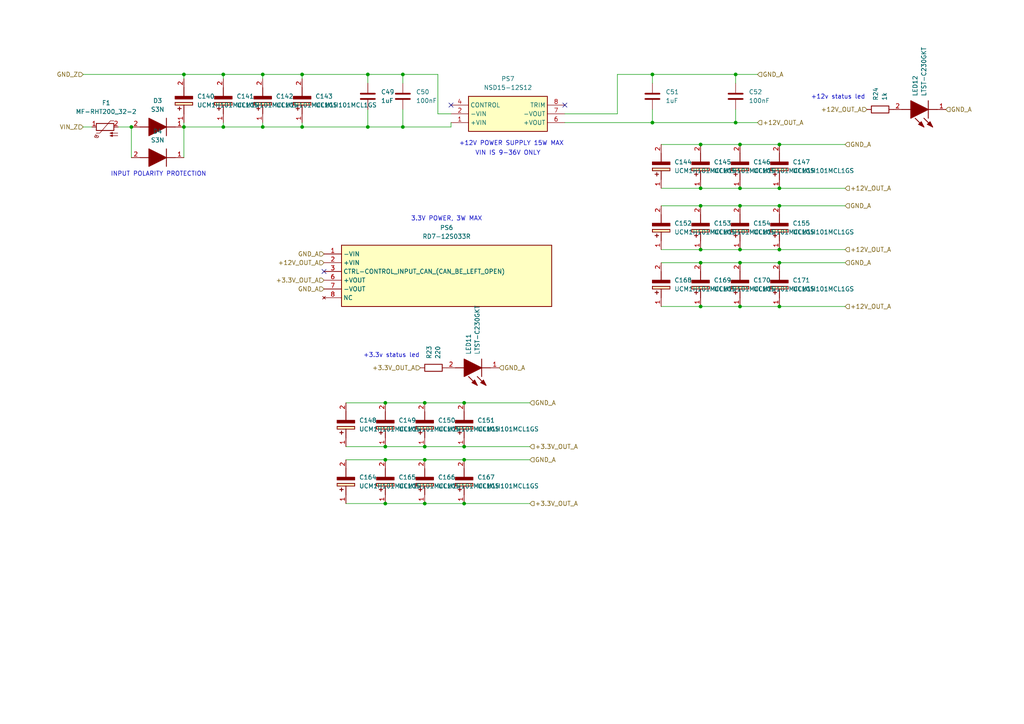
<source format=kicad_sch>
(kicad_sch (version 20250114) (generator "eeschema") (generator_version "9.0")
  (paper "A4")
  (lib_symbols
    (symbol "Device:C" (pin_numbers (hide yes)) (pin_names (offset 0.254))
      (property "Reference" "C" (at 0.635 2.54 0))
      (property "Value" "C" (at 0.635 -2.54 0))
      (symbol "C_0_1"
        (polyline (pts (xy -2.032 0.762) (xy 2.032 0.762)) (stroke (width 0.508)))
        (polyline (pts (xy -2.032 -0.762) (xy 2.032 -0.762)) (stroke (width 0.508)))
      )
      (symbol "C_1_1"
        (pin passive line (at 0 3.81 270) (length 2.794) (name "~") (number "1"))
        (pin passive line (at 0 -3.81 90) (length 2.794) (name "~") (number "2"))
      )
    )
    (symbol "Device:R" (pin_numbers (hide yes)) (pin_names (offset 0))
      (property "Reference" "R" (at 2.032 0 90))
      (property "Value" "R" (at 0 0 90))
      (symbol "R_0_1"
        (rectangle (start -1.016 -2.54) (end 1.016 2.54) (stroke (width 0.254)))
      )
      (symbol "R_1_1"
        (pin passive line (at 0 3.81 270) (length 1.27) (name "~") (number "1"))
        (pin passive line (at 0 -3.81 90) (length 1.27) (name "~") (number "2"))
      )
    )
    (symbol "InverterCom:LTST-C230GKT" (pin_names (hide yes))
      (property "Reference" "LED" (at 12.7 8.89 0))
      (property "Value" "LTST-C230GKT" (at 12.7 6.35 0))
      (symbol "LTST-C230GKT_1_1"
        (polyline (pts (xy 2.54 0) (xy 5.08 0)) (stroke (width 0.254)))
        (polyline (pts (xy 5.08 2.54) (xy 5.08 -2.54)) (stroke (width 0.254)))
        (polyline (pts (xy 5.08 0) (xy 10.16 2.54) (xy 10.16 -2.54) (xy 5.08 0)) (stroke (width 0.254)) (fill (type outline)))
        (polyline (pts (xy 5.334 4.318) (xy 4.572 3.556) (xy 3.81 5.08) (xy 5.334 4.318)) (stroke (width 0.254)) (fill (type outline)))
        (polyline (pts (xy 6.35 2.54) (xy 3.81 5.08)) (stroke (width 0.254)))
        (polyline (pts (xy 7.874 4.318) (xy 7.112 3.556) (xy 6.35 5.08) (xy 7.874 4.318)) (stroke (width 0.254)) (fill (type outline)))
        (polyline (pts (xy 8.89 2.54) (xy 6.35 5.08)) (stroke (width 0.254)))
        (polyline (pts (xy 10.16 0) (xy 12.7 0)) (stroke (width 0.254)))
        (pin passive line (at 0 0 0) (length 2.54) (name "K") (number "1"))
        (pin passive line (at 15.24 0 180) (length 2.54) (name "A") (number "2"))
      )
    )
    (symbol "InverterCom:MF-RHT200_32-2" (pin_names (hide yes))
      (property "Reference" "F" (at 8.89 6.35 0))
      (property "Value" "MF-RHT200_32-2" (at 8.89 3.81 0))
      (symbol "MF-RHT200_32-2_0_1"
        (arc (start 10.541 -2.794) (mid 10.7742 -3.069) (end 10.795 -3.429))
        (arc (start 10.287 -3.429) (mid 10.3614 -3.2494) (end 10.541 -3.175))
        (arc (start 10.541 -3.683) (mid 10.3614 -3.6086) (end 10.287 -3.429))
        (arc (start 10.795 -3.429) (mid 10.7206 -3.6086) (end 10.541 -3.683))
        (rectangle (start 10.795 0.381) (end 15.875 -1.651) (stroke (width 0.254)))
        (polyline (pts (xy 10.795 -2.413) (xy 11.811 -2.413) (xy 14.859 1.143) (xy 15.875 1.143)))
        (arc (start 10.922 -3.81) (mid 11.0185 -3.6856) (end 11.176 -3.683))
        (polyline (pts (xy 11.176 -3.175) (xy 10.541 -3.175)))
        (arc (start 11.176 -3.175) (mid 11.3556 -3.2494) (end 11.43 -3.429))
        (arc (start 11.43 -3.429) (mid 11.3556 -3.6086) (end 11.176 -3.683))
        (polyline (pts (xy 17.018 -2.413) (xy 14.732 -2.413) (xy 15.494 -2.667) (xy 15.494 -2.159) (xy 14.732 -2.413) (xy 14.986 -2.413)) (fill (type outline)))
        (polyline (pts (xy 17.018 -3.175) (xy 14.732 -3.175) (xy 15.494 -3.429) (xy 15.494 -2.921) (xy 14.732 -3.175) (xy 14.986 -3.175)) (fill (type outline)))
      )
      (symbol "MF-RHT200_32-2_1_1"
        (pin passive line (at 9.525 -0.635 0) (length 1.27) (name "~") (number "1"))
        (pin passive line (at 17.145 -0.635 180) (length 1.27) (name "~") (number "2"))
      )
    )
    (symbol "InverterCom:NSD15-12S12"
      (property "Reference" "PS" (at 29.21 7.62 0))
      (property "Value" "NSD15-12S12" (at 29.21 5.08 0))
      (symbol "NSD15-12S12_1_1"
        (rectangle (start 5.08 2.54) (end 27.94 -7.62) (stroke (width 0.254)) (fill (type background)))
        (pin passive line (at 0 0 0) (length 5.08) (name "CONTROL") (number "4"))
        (pin passive line (at 0 -2.54 0) (length 5.08) (name "-VIN") (number "2"))
        (pin passive line (at 0 -5.08 0) (length 5.08) (name "+VIN") (number "1"))
        (pin passive line (at 33.02 0 180) (length 5.08) (name "TRIM") (number "8"))
        (pin passive line (at 33.02 -2.54 180) (length 5.08) (name "-VOUT") (number "7"))
        (pin power_out line (at 33.02 -5.08 180) (length 5.08) (name "+VOUT") (number "6"))
      )
    )
    (symbol "InverterCom:RD7-12S033R"
      (property "Reference" "PS" (at 67.31 7.62 0))
      (property "Value" "RD7-12S033R" (at 67.31 5.08 0))
      (symbol "RD7-12S033R_1_1"
        (rectangle (start 5.08 2.54) (end 66.04 -15.24) (stroke (width 0.254)) (fill (type background)))
        (pin passive line (at 0 0 0) (length 5.08) (name "-VIN") (number "1"))
        (pin passive line (at 0 -2.54 0) (length 5.08) (name "+VIN") (number "2"))
        (pin passive line (at 0 -5.08 0) (length 5.08) (name "CTRL-CONTROL_INPUT_CAN_(CAN_BE_LEFT_OPEN)") (number "3"))
        (pin passive line (at 0 -7.62 0) (length 5.08) (name "+VOUT") (number "6"))
        (pin passive line (at 0 -10.16 0) (length 5.08) (name "-VOUT") (number "7"))
        (pin no_connect line (at 0 -12.7 0) (length 5.08) (name "NC") (number "8"))
      )
    )
    (symbol "InverterCom:S3N" (pin_names (hide yes))
      (property "Reference" "D" (at 11.43 5.08 0))
      (property "Value" "S3N" (at 11.43 2.54 0))
      (symbol "S3N_1_1"
        (polyline (pts (xy 2.54 0) (xy 5.08 0)) (stroke (width 0.254)))
        (polyline (pts (xy 5.08 2.54) (xy 5.08 -2.54)) (stroke (width 0.254)))
        (polyline (pts (xy 5.08 0) (xy 10.16 2.54) (xy 10.16 -2.54) (xy 5.08 0)) (stroke (width 0.254)) (fill (type outline)))
        (polyline (pts (xy 10.16 0) (xy 12.7 0)) (stroke (width 0.254)))
        (pin passive line (at 0 0 0) (length 2.54) (name "K") (number "1"))
        (pin passive line (at 15.24 0 180) (length 2.54) (name "A") (number "2"))
      )
    )
    (symbol "InverterCom:UCM1H101MCL1GS" (pin_names (hide yes))
      (property "Reference" "C" (at 8.89 6.35 0))
      (property "Value" "UCM1H101MCL1GS" (at 8.89 3.81 0))
      (symbol "UCM1H101MCL1GS_1_1"
        (polyline (pts (xy 2.54 0) (xy 5.08 0)) (stroke (width 0.254)))
        (polyline (pts (xy 4.064 1.778) (xy 4.064 0.762)) (stroke (width 0.254)))
        (polyline (pts (xy 4.572 1.27) (xy 3.556 1.27)) (stroke (width 0.254)))
        (rectangle (start 5.08 2.54) (end 5.842 -2.54) (stroke (width 0.254)) (fill (type background)))
        (polyline (pts (xy 7.62 2.54) (xy 7.62 -2.54) (xy 6.858 -2.54) (xy 6.858 2.54) (xy 7.62 2.54)) (stroke (width 0.254)) (fill (type outline)))
        (polyline (pts (xy 7.62 0) (xy 10.16 0)) (stroke (width 0.254)))
        (pin passive line (at 0 0 0) (length 2.54) (name "+") (number "1"))
        (pin passive line (at 12.7 0 180) (length 2.54) (name "-") (number "2"))
      )
    )
  )
  (text "VIN IS 9-36V ONLY" (at 147.32 44.45 0) (effects (font (size 1.27 1.27))))
  (text "INPUT POLARITY PROTECTION" (at 45.974 50.546 0) (effects (font (size 1.27 1.27))))
  (text "+12v status led" (at 243.078 28.194 0) (effects (font (size 1.27 1.27))))
  (text "3.3V POWER, 3W MAX" (at 129.54 63.5 0) (effects (font (size 1.27 1.27))))
  (text "+3.3v status led" (at 113.538 103.124 0) (effects (font (size 1.27 1.27))))
  (text "+12V POWER SUPPLY 15W MAX" (at 148.336 41.656 0) (effects (font (size 1.27 1.27))))
  (junction (at 111.76 133.35))
  (junction (at 226.06 54.61))
  (junction (at 226.06 88.9))
  (junction (at 214.63 76.2))
  (junction (at 123.19 129.54))
  (junction (at 64.77 36.83))
  (junction (at 53.34 21.59))
  (junction (at 106.68 21.59))
  (junction (at 214.63 41.91))
  (junction (at 214.63 59.69))
  (junction (at 134.62 129.54))
  (junction (at 123.19 146.05))
  (junction (at 64.77 21.59))
  (junction (at 214.63 88.9))
  (junction (at 106.68 36.83))
  (junction (at 189.23 21.59))
  (junction (at 123.19 116.84))
  (junction (at 111.76 129.54))
  (junction (at 214.63 54.61))
  (junction (at 189.23 35.56))
  (junction (at 123.19 133.35))
  (junction (at 134.62 116.84))
  (junction (at 203.2 54.61))
  (junction (at 203.2 72.39))
  (junction (at 87.63 36.83))
  (junction (at 226.06 72.39))
  (junction (at 213.36 21.59))
  (junction (at 214.63 72.39))
  (junction (at 213.36 35.56))
  (junction (at 76.2 36.83))
  (junction (at 134.62 133.35))
  (junction (at 203.2 76.2))
  (junction (at 203.2 88.9))
  (junction (at 203.2 59.69))
  (junction (at 111.76 146.05))
  (junction (at 87.63 21.59))
  (junction (at 111.76 116.84))
  (junction (at 226.06 76.2))
  (junction (at 226.06 59.69))
  (junction (at 116.84 21.59))
  (junction (at 116.84 36.83))
  (junction (at 76.2 21.59))
  (junction (at 53.34 36.83))
  (junction (at 38.1 36.83))
  (junction (at 134.62 146.05))
  (junction (at 226.06 41.91))
  (junction (at 203.2 41.91))
  (no_connect (at 163.83 30.48))
  (no_connect (at 93.98 78.74))
  (no_connect (at 130.81 30.48))
  (wire (pts (xy 191.77 72.39) (xy 203.2 72.39)))
  (wire (pts (xy 203.2 72.39) (xy 214.63 72.39)))
  (wire (pts (xy 116.84 21.59) (xy 106.68 21.59)))
  (wire (pts (xy 214.63 54.61) (xy 226.06 54.61)))
  (wire (pts (xy 53.34 21.59) (xy 64.77 21.59)))
  (wire (pts (xy 179.07 33.02) (xy 179.07 21.59)))
  (wire (pts (xy 76.2 21.59) (xy 76.2 22.86)))
  (wire (pts (xy 24.13 21.59) (xy 53.34 21.59)))
  (wire (pts (xy 34.29 36.83) (xy 38.1 36.83)))
  (wire (pts (xy 213.36 31.75) (xy 213.36 35.56)))
  (wire (pts (xy 226.06 54.61) (xy 245.11 54.61)))
  (wire (pts (xy 127 33.02) (xy 127 21.59)))
  (wire (pts (xy 111.76 129.54) (xy 123.19 129.54)))
  (wire (pts (xy 213.36 21.59) (xy 213.36 24.13)))
  (wire (pts (xy 163.83 35.56) (xy 189.23 35.56)))
  (wire (pts (xy 191.77 88.9) (xy 203.2 88.9)))
  (wire (pts (xy 191.77 59.69) (xy 203.2 59.69)))
  (wire (pts (xy 203.2 76.2) (xy 214.63 76.2)))
  (wire (pts (xy 87.63 36.83) (xy 87.63 35.56)))
  (wire (pts (xy 123.19 116.84) (xy 134.62 116.84)))
  (wire (pts (xy 214.63 76.2) (xy 226.06 76.2)))
  (wire (pts (xy 203.2 41.91) (xy 214.63 41.91)))
  (wire (pts (xy 24.13 36.83) (xy 26.67 36.83)))
  (wire (pts (xy 111.76 116.84) (xy 123.19 116.84)))
  (wire (pts (xy 189.23 24.13) (xy 189.23 21.59)))
  (wire (pts (xy 213.36 35.56) (xy 219.71 35.56)))
  (wire (pts (xy 127 21.59) (xy 116.84 21.59)))
  (wire (pts (xy 76.2 36.83) (xy 76.2 35.56)))
  (wire (pts (xy 76.2 21.59) (xy 87.63 21.59)))
  (wire (pts (xy 226.06 41.91) (xy 245.11 41.91)))
  (wire (pts (xy 76.2 36.83) (xy 87.63 36.83)))
  (wire (pts (xy 116.84 36.83) (xy 130.81 36.83)))
  (wire (pts (xy 214.63 41.91) (xy 226.06 41.91)))
  (wire (pts (xy 203.2 88.9) (xy 214.63 88.9)))
  (wire (pts (xy 226.06 76.2) (xy 245.11 76.2)))
  (wire (pts (xy 64.77 36.83) (xy 64.77 35.56)))
  (wire (pts (xy 100.33 129.54) (xy 111.76 129.54)))
  (wire (pts (xy 64.77 22.86) (xy 64.77 21.59)))
  (wire (pts (xy 100.33 116.84) (xy 111.76 116.84)))
  (wire (pts (xy 163.83 33.02) (xy 179.07 33.02)))
  (wire (pts (xy 189.23 21.59) (xy 213.36 21.59)))
  (wire (pts (xy 134.62 146.05) (xy 153.67 146.05)))
  (wire (pts (xy 226.06 72.39) (xy 245.11 72.39)))
  (wire (pts (xy 226.06 88.9) (xy 245.11 88.9)))
  (wire (pts (xy 214.63 59.69) (xy 226.06 59.69)))
  (wire (pts (xy 116.84 31.75) (xy 116.84 36.83)))
  (wire (pts (xy 123.19 146.05) (xy 134.62 146.05)))
  (wire (pts (xy 226.06 59.69) (xy 245.11 59.69)))
  (wire (pts (xy 203.2 54.61) (xy 214.63 54.61)))
  (wire (pts (xy 123.19 129.54) (xy 134.62 129.54)))
  (wire (pts (xy 116.84 21.59) (xy 116.84 24.13)))
  (wire (pts (xy 53.34 36.83) (xy 53.34 45.72)))
  (wire (pts (xy 191.77 54.61) (xy 203.2 54.61)))
  (wire (pts (xy 123.19 133.35) (xy 134.62 133.35)))
  (wire (pts (xy 111.76 146.05) (xy 123.19 146.05)))
  (wire (pts (xy 87.63 21.59) (xy 106.68 21.59)))
  (wire (pts (xy 38.1 36.83) (xy 38.1 45.72)))
  (wire (pts (xy 53.34 35.56) (xy 53.34 36.83)))
  (wire (pts (xy 53.34 36.83) (xy 64.77 36.83)))
  (wire (pts (xy 87.63 36.83) (xy 106.68 36.83)))
  (wire (pts (xy 191.77 76.2) (xy 203.2 76.2)))
  (wire (pts (xy 189.23 31.75) (xy 189.23 35.56)))
  (wire (pts (xy 214.63 72.39) (xy 226.06 72.39)))
  (wire (pts (xy 214.63 88.9) (xy 226.06 88.9)))
  (wire (pts (xy 134.62 116.84) (xy 153.67 116.84)))
  (wire (pts (xy 213.36 21.59) (xy 219.71 21.59)))
  (wire (pts (xy 87.63 21.59) (xy 87.63 22.86)))
  (wire (pts (xy 106.68 24.13) (xy 106.68 21.59)))
  (wire (pts (xy 130.81 33.02) (xy 127 33.02)))
  (wire (pts (xy 64.77 21.59) (xy 76.2 21.59)))
  (wire (pts (xy 106.68 31.75) (xy 106.68 36.83)))
  (wire (pts (xy 203.2 59.69) (xy 214.63 59.69)))
  (wire (pts (xy 191.77 41.91) (xy 203.2 41.91)))
  (wire (pts (xy 64.77 36.83) (xy 76.2 36.83)))
  (wire (pts (xy 130.81 36.83) (xy 130.81 35.56)))
  (wire (pts (xy 53.34 21.59) (xy 53.34 22.86)))
  (wire (pts (xy 106.68 36.83) (xy 116.84 36.83)))
  (wire (pts (xy 100.33 146.05) (xy 111.76 146.05)))
  (wire (pts (xy 179.07 21.59) (xy 189.23 21.59)))
  (wire (pts (xy 134.62 133.35) (xy 153.67 133.35)))
  (wire (pts (xy 189.23 35.56) (xy 213.36 35.56)))
  (wire (pts (xy 134.62 129.54) (xy 153.67 129.54)))
  (wire (pts (xy 111.76 133.35) (xy 123.19 133.35)))
  (wire (pts (xy 100.33 133.35) (xy 111.76 133.35)))
  (hierarchical_label "+3.3V_OUT_A" (shape input) (at 121.92 106.68 180))
  (hierarchical_label "+12V_OUT_A" (shape input) (at 219.71 35.56 0))
  (hierarchical_label "GND_A" (shape input) (at 245.11 59.69 0))
  (hierarchical_label "GND_A" (shape input) (at 93.98 83.82 180))
  (hierarchical_label "GND_A" (shape input) (at 245.11 41.91 0))
  (hierarchical_label "+12V_OUT_A" (shape input) (at 245.11 72.39 0))
  (hierarchical_label "GND_A" (shape input) (at 144.78 106.68 0))
  (hierarchical_label "+3.3V_OUT_A" (shape input) (at 93.98 81.28 180))
  (hierarchical_label "GND_A" (shape input) (at 153.67 116.84 0))
  (hierarchical_label "VIN_Z" (shape input) (at 24.13 36.83 180))
  (hierarchical_label "GND_A" (shape input) (at 153.67 133.35 0))
  (hierarchical_label "+3.3V_OUT_A" (shape input) (at 153.67 146.05 0))
  (hierarchical_label "+12V_OUT_A" (shape input) (at 251.46 31.75 180))
  (hierarchical_label "GND_A" (shape input) (at 93.98 73.66 180))
  (hierarchical_label "+12V_OUT_A" (shape input) (at 245.11 88.9 0))
  (hierarchical_label "GND_A" (shape input) (at 245.11 76.2 0))
  (hierarchical_label "+12V_OUT_A" (shape input) (at 93.98 76.2 180))
  (hierarchical_label "+12V_OUT_A" (shape input) (at 245.11 54.61 0))
  (hierarchical_label "+3.3V_OUT_A" (shape input) (at 153.67 129.54 0))
  (hierarchical_label "GND_Z" (shape input) (at 24.13 21.59 180))
  (hierarchical_label "GND_A" (shape input) (at 274.32 31.75 0))
  (hierarchical_label "GND_A" (shape input) (at 219.71 21.59 0))
  (symbol (lib_id "InverterCom:LTST-C230GKT") (at 144.78 106.68 180) (unit 1)
    (property "Reference" "LED11" (at 135.8899 102.87 90) (effects (justify right)))
    (property "Value" "LTST-C230GKT" (at 138.4299 102.87 90) (effects (justify right)))
    (property "Footprint" "InverterCom:LEDC3216X120N" (effects (hide yes)))
    (property "Description" "Lite-On LTST-C230GKT Green LED, 569 nm, 3016 (1206), Rectangle Lens SMD Package" (effects (hide yes)))
    (property "Height" "1.2" (effects (hide yes)))
    (property "Mouser Part Number" "859-LTST-C230GKT" (effects (hide yes)))
    (property "Mouser Price/Stock" "https://www.mouser.co.uk/ProductDetail/Lite-On/LTST-C230GKT?qs=7ZnIBiPc9DrbEstVFO1DAg%3D%3D" (effects (hide yes)))
    (property "Manufacturer_Name" "Lite-On" (effects (hide yes)))
    (property "Manufacturer_Part_Number" "LTST-C230GKT" (effects (hide yes)))
  )
  (symbol (lib_id "InverterCom:UCM1H101MCL1GS") (at 203.2 54.61 90) (unit 1)
    (property "Reference" "C145" (at 207.01 46.9899 90) (effects (justify right)))
    (property "Value" "UCM1H101MCL1GS" (at 207.01 49.5299 90) (effects (justify right)))
    (property "Footprint" "InverterCom:CAPAE660X800N" (effects (hide yes)))
    (property "Datasheet" "http://www.nichicon.co.jp/english/products/pdfs/e-ucm.pdf" (effects (hide yes)))
    (property "Description" "Nichicon 100uF 50 V Aluminium Electrolytic Capacitor SMD, CM Series 2000h 6.3 (Dia.) x 7.7mm" (effects (hide yes)))
    (property "Height" "8" (effects (hide yes)))
    (property "Mouser Part Number" "647-UCM1H101MCL1GS" (effects (hide yes)))
    (property "Mouser Price/Stock" "https://www.mouser.co.uk/ProductDetail/Nichicon/UCM1H101MCL1GS?qs=DSgADHjnLTkk%252B%2Fewo0WoDQ%3D%3D" (effects (hide yes)))
    (property "Manufacturer_Name" "Nichicon" (effects (hide yes)))
    (property "Manufacturer_Part_Number" "UCM1H101MCL1GS" (effects (hide yes)))
  )
  (symbol (lib_id "InverterCom:UCM1H101MCL1GS") (at 64.77 35.56 90) (unit 1)
    (property "Reference" "C141" (at 68.58 27.9399 90) (effects (justify right)))
    (property "Value" "UCM1H101MCL1GS" (at 68.58 30.4799 90) (effects (justify right)))
    (property "Footprint" "InverterCom:CAPAE660X800N" (effects (hide yes)))
    (property "Datasheet" "http://www.nichicon.co.jp/english/products/pdfs/e-ucm.pdf" (effects (hide yes)))
    (property "Description" "Nichicon 100uF 50 V Aluminium Electrolytic Capacitor SMD, CM Series 2000h 6.3 (Dia.) x 7.7mm" (effects (hide yes)))
    (property "Height" "8" (effects (hide yes)))
    (property "Mouser Part Number" "647-UCM1H101MCL1GS" (effects (hide yes)))
    (property "Mouser Price/Stock" "https://www.mouser.co.uk/ProductDetail/Nichicon/UCM1H101MCL1GS?qs=DSgADHjnLTkk%252B%2Fewo0WoDQ%3D%3D" (effects (hide yes)))
    (property "Manufacturer_Name" "Nichicon" (effects (hide yes)))
    (property "Manufacturer_Part_Number" "UCM1H101MCL1GS" (effects (hide yes)))
  )
  (symbol (lib_id "Device:C") (at 213.36 27.94 0) (unit 1)
    (property "Reference" "C52" (at 217.17 26.6699 0) (effects (justify left)))
    (property "Value" "100nF" (at 217.17 29.21 0) (effects (justify left)))
    (property "Footprint" "Capacitor_SMD:C_1210_3225Metric_Pad1.33x2.70mm_HandSolder" (effects (hide yes)))
    (property "Description" "Unpolarized capacitor" (effects (hide yes)))
  )
  (symbol (lib_id "InverterCom:UCM1H101MCL1GS") (at 203.2 88.9 90) (unit 1)
    (property "Reference" "C169" (at 207.01 81.2799 90) (effects (justify right)))
    (property "Value" "UCM1H101MCL1GS" (at 207.01 83.8199 90) (effects (justify right)))
    (property "Footprint" "InverterCom:CAPAE660X800N" (effects (hide yes)))
    (property "Datasheet" "http://www.nichicon.co.jp/english/products/pdfs/e-ucm.pdf" (effects (hide yes)))
    (property "Description" "Nichicon 100uF 50 V Aluminium Electrolytic Capacitor SMD, CM Series 2000h 6.3 (Dia.) x 7.7mm" (effects (hide yes)))
    (property "Height" "8" (effects (hide yes)))
    (property "Mouser Part Number" "647-UCM1H101MCL1GS" (effects (hide yes)))
    (property "Mouser Price/Stock" "https://www.mouser.co.uk/ProductDetail/Nichicon/UCM1H101MCL1GS?qs=DSgADHjnLTkk%252B%2Fewo0WoDQ%3D%3D" (effects (hide yes)))
    (property "Manufacturer_Name" "Nichicon" (effects (hide yes)))
    (property "Manufacturer_Part_Number" "UCM1H101MCL1GS" (effects (hide yes)))
  )
  (symbol (lib_id "InverterCom:UCM1H101MCL1GS") (at 100.33 146.05 90) (unit 1)
    (property "Reference" "C164" (at 104.14 138.4299 90) (effects (justify right)))
    (property "Value" "UCM1H101MCL1GS" (at 104.14 140.9699 90) (effects (justify right)))
    (property "Footprint" "InverterCom:CAPAE660X800N" (effects (hide yes)))
    (property "Datasheet" "http://www.nichicon.co.jp/english/products/pdfs/e-ucm.pdf" (effects (hide yes)))
    (property "Description" "Nichicon 100uF 50 V Aluminium Electrolytic Capacitor SMD, CM Series 2000h 6.3 (Dia.) x 7.7mm" (effects (hide yes)))
    (property "Height" "8" (effects (hide yes)))
    (property "Mouser Part Number" "647-UCM1H101MCL1GS" (effects (hide yes)))
    (property "Mouser Price/Stock" "https://www.mouser.co.uk/ProductDetail/Nichicon/UCM1H101MCL1GS?qs=DSgADHjnLTkk%252B%2Fewo0WoDQ%3D%3D" (effects (hide yes)))
    (property "Manufacturer_Name" "Nichicon" (effects (hide yes)))
    (property "Manufacturer_Part_Number" "UCM1H101MCL1GS" (effects (hide yes)))
  )
  (symbol (lib_id "InverterCom:UCM1H101MCL1GS") (at 191.77 88.9 90) (unit 1)
    (property "Reference" "C168" (at 195.58 81.2799 90) (effects (justify right)))
    (property "Value" "UCM1H101MCL1GS" (at 195.58 83.8199 90) (effects (justify right)))
    (property "Footprint" "InverterCom:CAPAE660X800N" (effects (hide yes)))
    (property "Datasheet" "http://www.nichicon.co.jp/english/products/pdfs/e-ucm.pdf" (effects (hide yes)))
    (property "Description" "Nichicon 100uF 50 V Aluminium Electrolytic Capacitor SMD, CM Series 2000h 6.3 (Dia.) x 7.7mm" (effects (hide yes)))
    (property "Height" "8" (effects (hide yes)))
    (property "Mouser Part Number" "647-UCM1H101MCL1GS" (effects (hide yes)))
    (property "Mouser Price/Stock" "https://www.mouser.co.uk/ProductDetail/Nichicon/UCM1H101MCL1GS?qs=DSgADHjnLTkk%252B%2Fewo0WoDQ%3D%3D" (effects (hide yes)))
    (property "Manufacturer_Name" "Nichicon" (effects (hide yes)))
    (property "Manufacturer_Part_Number" "UCM1H101MCL1GS" (effects (hide yes)))
  )
  (symbol (lib_id "Device:R") (at 125.73 106.68 90) (unit 1)
    (property "Reference" "R23" (at 124.4599 104.14 0) (effects (justify left)))
    (property "Value" "220" (at 126.9999 104.14 0) (effects (justify left)))
    (property "Footprint" "Resistor_SMD:R_1210_3225Metric_Pad1.30x2.65mm_HandSolder" (effects (hide yes)))
    (property "Description" "Resistor" (effects (hide yes)))
  )
  (symbol (lib_id "InverterCom:UCM1H101MCL1GS") (at 87.63 35.56 90) (unit 1)
    (property "Reference" "C143" (at 91.44 27.9399 90) (effects (justify right)))
    (property "Value" "UCM1H101MCL1GS" (at 91.44 30.4799 90) (effects (justify right)))
    (property "Footprint" "InverterCom:CAPAE660X800N" (effects (hide yes)))
    (property "Datasheet" "http://www.nichicon.co.jp/english/products/pdfs/e-ucm.pdf" (effects (hide yes)))
    (property "Description" "Nichicon 100uF 50 V Aluminium Electrolytic Capacitor SMD, CM Series 2000h 6.3 (Dia.) x 7.7mm" (effects (hide yes)))
    (property "Height" "8" (effects (hide yes)))
    (property "Mouser Part Number" "647-UCM1H101MCL1GS" (effects (hide yes)))
    (property "Mouser Price/Stock" "https://www.mouser.co.uk/ProductDetail/Nichicon/UCM1H101MCL1GS?qs=DSgADHjnLTkk%252B%2Fewo0WoDQ%3D%3D" (effects (hide yes)))
    (property "Manufacturer_Name" "Nichicon" (effects (hide yes)))
    (property "Manufacturer_Part_Number" "UCM1H101MCL1GS" (effects (hide yes)))
  )
  (symbol (lib_id "InverterCom:UCM1H101MCL1GS") (at 226.06 72.39 90) (unit 1)
    (property "Reference" "C155" (at 229.87 64.7699 90) (effects (justify right)))
    (property "Value" "UCM1H101MCL1GS" (at 229.87 67.3099 90) (effects (justify right)))
    (property "Footprint" "InverterCom:CAPAE660X800N" (effects (hide yes)))
    (property "Datasheet" "http://www.nichicon.co.jp/english/products/pdfs/e-ucm.pdf" (effects (hide yes)))
    (property "Description" "Nichicon 100uF 50 V Aluminium Electrolytic Capacitor SMD, CM Series 2000h 6.3 (Dia.) x 7.7mm" (effects (hide yes)))
    (property "Height" "8" (effects (hide yes)))
    (property "Mouser Part Number" "647-UCM1H101MCL1GS" (effects (hide yes)))
    (property "Mouser Price/Stock" "https://www.mouser.co.uk/ProductDetail/Nichicon/UCM1H101MCL1GS?qs=DSgADHjnLTkk%252B%2Fewo0WoDQ%3D%3D" (effects (hide yes)))
    (property "Manufacturer_Name" "Nichicon" (effects (hide yes)))
    (property "Manufacturer_Part_Number" "UCM1H101MCL1GS" (effects (hide yes)))
  )
  (symbol (lib_id "InverterCom:UCM1H101MCL1GS") (at 226.06 54.61 90) (unit 1)
    (property "Reference" "C147" (at 229.87 46.9899 90) (effects (justify right)))
    (property "Value" "UCM1H101MCL1GS" (at 229.87 49.5299 90) (effects (justify right)))
    (property "Footprint" "InverterCom:CAPAE660X800N" (effects (hide yes)))
    (property "Datasheet" "http://www.nichicon.co.jp/english/products/pdfs/e-ucm.pdf" (effects (hide yes)))
    (property "Description" "Nichicon 100uF 50 V Aluminium Electrolytic Capacitor SMD, CM Series 2000h 6.3 (Dia.) x 7.7mm" (effects (hide yes)))
    (property "Height" "8" (effects (hide yes)))
    (property "Mouser Part Number" "647-UCM1H101MCL1GS" (effects (hide yes)))
    (property "Mouser Price/Stock" "https://www.mouser.co.uk/ProductDetail/Nichicon/UCM1H101MCL1GS?qs=DSgADHjnLTkk%252B%2Fewo0WoDQ%3D%3D" (effects (hide yes)))
    (property "Manufacturer_Name" "Nichicon" (effects (hide yes)))
    (property "Manufacturer_Part_Number" "UCM1H101MCL1GS" (effects (hide yes)))
  )
  (symbol (lib_id "InverterCom:NSD15-12S12") (at 130.81 30.48 0) (unit 1)
    (property "Reference" "PS7" (at 147.32 22.86 0))
    (property "Value" "NSD15-12S12" (at 147.32 25.4 0))
    (property "Footprint" "InverterCom:NSD1512S12" (effects (hide yes)))
    (property "Datasheet" "https://www.meanwellusa.com/webapp/product/search.aspx?prod=NSD15-S" (effects (hide yes)))
    (property "Description" "Isolated DC/DC Converters 15W 12V/1.25A W/EMI FILTER" (effects (hide yes)))
    (property "Height" "9.82" (effects (hide yes)))
    (property "Mouser Part Number" "709-NSD15-12S12" (effects (hide yes)))
    (property "Mouser Price/Stock" "https://www.mouser.co.uk/ProductDetail/MEAN-WELL/NSD15-12S12?qs=l0g2inPJSHOlwI9uYxJDvg%3D%3D" (effects (hide yes)))
    (property "Manufacturer_Name" "Mean Well" (effects (hide yes)))
    (property "Manufacturer_Part_Number" "NSD15-12S12" (effects (hide yes)))
  )
  (symbol (lib_id "InverterCom:LTST-C230GKT") (at 274.32 31.75 180) (unit 1)
    (property "Reference" "LED12" (at 265.4299 27.94 90) (effects (justify right)))
    (property "Value" "LTST-C230GKT" (at 267.9699 27.94 90) (effects (justify right)))
    (property "Footprint" "InverterCom:LEDC3216X120N" (effects (hide yes)))
    (property "Description" "Lite-On LTST-C230GKT Green LED, 569 nm, 3016 (1206), Rectangle Lens SMD Package" (effects (hide yes)))
    (property "Height" "1.2" (effects (hide yes)))
    (property "Mouser Part Number" "859-LTST-C230GKT" (effects (hide yes)))
    (property "Mouser Price/Stock" "https://www.mouser.co.uk/ProductDetail/Lite-On/LTST-C230GKT?qs=7ZnIBiPc9DrbEstVFO1DAg%3D%3D" (effects (hide yes)))
    (property "Manufacturer_Name" "Lite-On" (effects (hide yes)))
    (property "Manufacturer_Part_Number" "LTST-C230GKT" (effects (hide yes)))
  )
  (symbol (lib_id "Device:C") (at 106.68 27.94 0) (unit 1)
    (property "Reference" "C49" (at 110.49 26.6699 0) (effects (justify left)))
    (property "Value" "1uF" (at 110.49 29.2099 0) (effects (justify left)))
    (property "Footprint" "Capacitor_SMD:C_1210_3225Metric_Pad1.33x2.70mm_HandSolder" (effects (hide yes)))
    (property "Description" "Unpolarized capacitor" (effects (hide yes)))
  )
  (symbol (lib_id "InverterCom:UCM1H101MCL1GS") (at 214.63 72.39 90) (unit 1)
    (property "Reference" "C154" (at 218.44 64.7699 90) (effects (justify right)))
    (property "Value" "UCM1H101MCL1GS" (at 218.44 67.3099 90) (effects (justify right)))
    (property "Footprint" "InverterCom:CAPAE660X800N" (effects (hide yes)))
    (property "Datasheet" "http://www.nichicon.co.jp/english/products/pdfs/e-ucm.pdf" (effects (hide yes)))
    (property "Description" "Nichicon 100uF 50 V Aluminium Electrolytic Capacitor SMD, CM Series 2000h 6.3 (Dia.) x 7.7mm" (effects (hide yes)))
    (property "Height" "8" (effects (hide yes)))
    (property "Mouser Part Number" "647-UCM1H101MCL1GS" (effects (hide yes)))
    (property "Mouser Price/Stock" "https://www.mouser.co.uk/ProductDetail/Nichicon/UCM1H101MCL1GS?qs=DSgADHjnLTkk%252B%2Fewo0WoDQ%3D%3D" (effects (hide yes)))
    (property "Manufacturer_Name" "Nichicon" (effects (hide yes)))
    (property "Manufacturer_Part_Number" "UCM1H101MCL1GS" (effects (hide yes)))
  )
  (symbol (lib_id "Device:C") (at 189.23 27.94 0) (unit 1)
    (property "Reference" "C51" (at 193.04 26.6699 0) (effects (justify left)))
    (property "Value" "1uF" (at 193.04 29.2099 0) (effects (justify left)))
    (property "Footprint" "Capacitor_SMD:C_1210_3225Metric_Pad1.33x2.70mm_HandSolder" (effects (hide yes)))
    (property "Description" "Unpolarized capacitor" (effects (hide yes)))
  )
  (symbol (lib_id "InverterCom:UCM1H101MCL1GS") (at 111.76 129.54 90) (unit 1)
    (property "Reference" "C149" (at 115.57 121.9199 90) (effects (justify right)))
    (property "Value" "UCM1H101MCL1GS" (at 115.57 124.4599 90) (effects (justify right)))
    (property "Footprint" "InverterCom:CAPAE660X800N" (effects (hide yes)))
    (property "Datasheet" "http://www.nichicon.co.jp/english/products/pdfs/e-ucm.pdf" (effects (hide yes)))
    (property "Description" "Nichicon 100uF 50 V Aluminium Electrolytic Capacitor SMD, CM Series 2000h 6.3 (Dia.) x 7.7mm" (effects (hide yes)))
    (property "Height" "8" (effects (hide yes)))
    (property "Mouser Part Number" "647-UCM1H101MCL1GS" (effects (hide yes)))
    (property "Mouser Price/Stock" "https://www.mouser.co.uk/ProductDetail/Nichicon/UCM1H101MCL1GS?qs=DSgADHjnLTkk%252B%2Fewo0WoDQ%3D%3D" (effects (hide yes)))
    (property "Manufacturer_Name" "Nichicon" (effects (hide yes)))
    (property "Manufacturer_Part_Number" "UCM1H101MCL1GS" (effects (hide yes)))
  )
  (symbol (lib_id "InverterCom:UCM1H101MCL1GS") (at 214.63 88.9 90) (unit 1)
    (property "Reference" "C170" (at 218.44 81.2799 90) (effects (justify right)))
    (property "Value" "UCM1H101MCL1GS" (at 218.44 83.8199 90) (effects (justify right)))
    (property "Footprint" "InverterCom:CAPAE660X800N" (effects (hide yes)))
    (property "Datasheet" "http://www.nichicon.co.jp/english/products/pdfs/e-ucm.pdf" (effects (hide yes)))
    (property "Description" "Nichicon 100uF 50 V Aluminium Electrolytic Capacitor SMD, CM Series 2000h 6.3 (Dia.) x 7.7mm" (effects (hide yes)))
    (property "Height" "8" (effects (hide yes)))
    (property "Mouser Part Number" "647-UCM1H101MCL1GS" (effects (hide yes)))
    (property "Mouser Price/Stock" "https://www.mouser.co.uk/ProductDetail/Nichicon/UCM1H101MCL1GS?qs=DSgADHjnLTkk%252B%2Fewo0WoDQ%3D%3D" (effects (hide yes)))
    (property "Manufacturer_Name" "Nichicon" (effects (hide yes)))
    (property "Manufacturer_Part_Number" "UCM1H101MCL1GS" (effects (hide yes)))
  )
  (symbol (lib_id "InverterCom:UCM1H101MCL1GS") (at 214.63 54.61 90) (unit 1)
    (property "Reference" "C146" (at 218.44 46.9899 90) (effects (justify right)))
    (property "Value" "UCM1H101MCL1GS" (at 218.44 49.5299 90) (effects (justify right)))
    (property "Footprint" "InverterCom:CAPAE660X800N" (effects (hide yes)))
    (property "Datasheet" "http://www.nichicon.co.jp/english/products/pdfs/e-ucm.pdf" (effects (hide yes)))
    (property "Description" "Nichicon 100uF 50 V Aluminium Electrolytic Capacitor SMD, CM Series 2000h 6.3 (Dia.) x 7.7mm" (effects (hide yes)))
    (property "Height" "8" (effects (hide yes)))
    (property "Mouser Part Number" "647-UCM1H101MCL1GS" (effects (hide yes)))
    (property "Mouser Price/Stock" "https://www.mouser.co.uk/ProductDetail/Nichicon/UCM1H101MCL1GS?qs=DSgADHjnLTkk%252B%2Fewo0WoDQ%3D%3D" (effects (hide yes)))
    (property "Manufacturer_Name" "Nichicon" (effects (hide yes)))
    (property "Manufacturer_Part_Number" "UCM1H101MCL1GS" (effects (hide yes)))
  )
  (symbol (lib_id "InverterCom:UCM1H101MCL1GS") (at 123.19 129.54 90) (unit 1)
    (property "Reference" "C150" (at 127 121.9199 90) (effects (justify right)))
    (property "Value" "UCM1H101MCL1GS" (at 127 124.4599 90) (effects (justify right)))
    (property "Footprint" "InverterCom:CAPAE660X800N" (effects (hide yes)))
    (property "Datasheet" "http://www.nichicon.co.jp/english/products/pdfs/e-ucm.pdf" (effects (hide yes)))
    (property "Description" "Nichicon 100uF 50 V Aluminium Electrolytic Capacitor SMD, CM Series 2000h 6.3 (Dia.) x 7.7mm" (effects (hide yes)))
    (property "Height" "8" (effects (hide yes)))
    (property "Mouser Part Number" "647-UCM1H101MCL1GS" (effects (hide yes)))
    (property "Mouser Price/Stock" "https://www.mouser.co.uk/ProductDetail/Nichicon/UCM1H101MCL1GS?qs=DSgADHjnLTkk%252B%2Fewo0WoDQ%3D%3D" (effects (hide yes)))
    (property "Manufacturer_Name" "Nichicon" (effects (hide yes)))
    (property "Manufacturer_Part_Number" "UCM1H101MCL1GS" (effects (hide yes)))
  )
  (symbol (lib_id "InverterCom:UCM1H101MCL1GS") (at 100.33 129.54 90) (unit 1)
    (property "Reference" "C148" (at 104.14 121.9199 90) (effects (justify right)))
    (property "Value" "UCM1H101MCL1GS" (at 104.14 124.4599 90) (effects (justify right)))
    (property "Footprint" "InverterCom:CAPAE660X800N" (effects (hide yes)))
    (property "Datasheet" "http://www.nichicon.co.jp/english/products/pdfs/e-ucm.pdf" (effects (hide yes)))
    (property "Description" "Nichicon 100uF 50 V Aluminium Electrolytic Capacitor SMD, CM Series 2000h 6.3 (Dia.) x 7.7mm" (effects (hide yes)))
    (property "Height" "8" (effects (hide yes)))
    (property "Mouser Part Number" "647-UCM1H101MCL1GS" (effects (hide yes)))
    (property "Mouser Price/Stock" "https://www.mouser.co.uk/ProductDetail/Nichicon/UCM1H101MCL1GS?qs=DSgADHjnLTkk%252B%2Fewo0WoDQ%3D%3D" (effects (hide yes)))
    (property "Manufacturer_Name" "Nichicon" (effects (hide yes)))
    (property "Manufacturer_Part_Number" "UCM1H101MCL1GS" (effects (hide yes)))
  )
  (symbol (lib_id "InverterCom:UCM1H101MCL1GS") (at 203.2 72.39 90) (unit 1)
    (property "Reference" "C153" (at 207.01 64.7699 90) (effects (justify right)))
    (property "Value" "UCM1H101MCL1GS" (at 207.01 67.3099 90) (effects (justify right)))
    (property "Footprint" "InverterCom:CAPAE660X800N" (effects (hide yes)))
    (property "Datasheet" "http://www.nichicon.co.jp/english/products/pdfs/e-ucm.pdf" (effects (hide yes)))
    (property "Description" "Nichicon 100uF 50 V Aluminium Electrolytic Capacitor SMD, CM Series 2000h 6.3 (Dia.) x 7.7mm" (effects (hide yes)))
    (property "Height" "8" (effects (hide yes)))
    (property "Mouser Part Number" "647-UCM1H101MCL1GS" (effects (hide yes)))
    (property "Mouser Price/Stock" "https://www.mouser.co.uk/ProductDetail/Nichicon/UCM1H101MCL1GS?qs=DSgADHjnLTkk%252B%2Fewo0WoDQ%3D%3D" (effects (hide yes)))
    (property "Manufacturer_Name" "Nichicon" (effects (hide yes)))
    (property "Manufacturer_Part_Number" "UCM1H101MCL1GS" (effects (hide yes)))
  )
  (symbol (lib_id "Device:C") (at 116.84 27.94 0) (unit 1)
    (property "Reference" "C50" (at 120.65 26.6699 0) (effects (justify left)))
    (property "Value" "100nF" (at 120.65 29.21 0) (effects (justify left)))
    (property "Footprint" "Capacitor_SMD:C_1210_3225Metric_Pad1.33x2.70mm_HandSolder" (effects (hide yes)))
    (property "Description" "Unpolarized capacitor" (effects (hide yes)))
  )
  (symbol (lib_id "InverterCom:UCM1H101MCL1GS") (at 123.19 146.05 90) (unit 1)
    (property "Reference" "C166" (at 127 138.4299 90) (effects (justify right)))
    (property "Value" "UCM1H101MCL1GS" (at 127 140.9699 90) (effects (justify right)))
    (property "Footprint" "InverterCom:CAPAE660X800N" (effects (hide yes)))
    (property "Datasheet" "http://www.nichicon.co.jp/english/products/pdfs/e-ucm.pdf" (effects (hide yes)))
    (property "Description" "Nichicon 100uF 50 V Aluminium Electrolytic Capacitor SMD, CM Series 2000h 6.3 (Dia.) x 7.7mm" (effects (hide yes)))
    (property "Height" "8" (effects (hide yes)))
    (property "Mouser Part Number" "647-UCM1H101MCL1GS" (effects (hide yes)))
    (property "Mouser Price/Stock" "https://www.mouser.co.uk/ProductDetail/Nichicon/UCM1H101MCL1GS?qs=DSgADHjnLTkk%252B%2Fewo0WoDQ%3D%3D" (effects (hide yes)))
    (property "Manufacturer_Name" "Nichicon" (effects (hide yes)))
    (property "Manufacturer_Part_Number" "UCM1H101MCL1GS" (effects (hide yes)))
  )
  (symbol (lib_id "InverterCom:UCM1H101MCL1GS") (at 76.2 35.56 90) (unit 1)
    (property "Reference" "C142" (at 80.01 27.9399 90) (effects (justify right)))
    (property "Value" "UCM1H101MCL1GS" (at 80.01 30.4799 90) (effects (justify right)))
    (property "Footprint" "InverterCom:CAPAE660X800N" (effects (hide yes)))
    (property "Datasheet" "http://www.nichicon.co.jp/english/products/pdfs/e-ucm.pdf" (effects (hide yes)))
    (property "Description" "Nichicon 100uF 50 V Aluminium Electrolytic Capacitor SMD, CM Series 2000h 6.3 (Dia.) x 7.7mm" (effects (hide yes)))
    (property "Height" "8" (effects (hide yes)))
    (property "Mouser Part Number" "647-UCM1H101MCL1GS" (effects (hide yes)))
    (property "Mouser Price/Stock" "https://www.mouser.co.uk/ProductDetail/Nichicon/UCM1H101MCL1GS?qs=DSgADHjnLTkk%252B%2Fewo0WoDQ%3D%3D" (effects (hide yes)))
    (property "Manufacturer_Name" "Nichicon" (effects (hide yes)))
    (property "Manufacturer_Part_Number" "UCM1H101MCL1GS" (effects (hide yes)))
  )
  (symbol (lib_id "InverterCom:UCM1H101MCL1GS") (at 134.62 129.54 90) (unit 1)
    (property "Reference" "C151" (at 138.43 121.9199 90) (effects (justify right)))
    (property "Value" "UCM1H101MCL1GS" (at 138.43 124.4599 90) (effects (justify right)))
    (property "Footprint" "InverterCom:CAPAE660X800N" (effects (hide yes)))
    (property "Datasheet" "http://www.nichicon.co.jp/english/products/pdfs/e-ucm.pdf" (effects (hide yes)))
    (property "Description" "Nichicon 100uF 50 V Aluminium Electrolytic Capacitor SMD, CM Series 2000h 6.3 (Dia.) x 7.7mm" (effects (hide yes)))
    (property "Height" "8" (effects (hide yes)))
    (property "Mouser Part Number" "647-UCM1H101MCL1GS" (effects (hide yes)))
    (property "Mouser Price/Stock" "https://www.mouser.co.uk/ProductDetail/Nichicon/UCM1H101MCL1GS?qs=DSgADHjnLTkk%252B%2Fewo0WoDQ%3D%3D" (effects (hide yes)))
    (property "Manufacturer_Name" "Nichicon" (effects (hide yes)))
    (property "Manufacturer_Part_Number" "UCM1H101MCL1GS" (effects (hide yes)))
  )
  (symbol (lib_id "InverterCom:RD7-12S033R") (at 93.98 73.66 0) (unit 1)
    (property "Reference" "PS6" (at 129.54 66.04 0))
    (property "Value" "RD7-12S033R" (at 129.54 68.58 0))
    (property "Footprint" "InverterCom:RD712S033R" (effects (hide yes)))
    (property "Datasheet" "https://app.adam-tech.com/products/download/data_sheet/247025/rd7-12s033r-data-sheet.pdf" (effects (hide yes)))
    (property "Description" "Isolated DC/DC Converters - Through Hole DC-DC Converter, Isolated Module, Single Output, 9V-18VDC Input, 3.3VDC, 3W" (effects (hide yes)))
    (property "Height" "11.6" (effects (hide yes)))
    (property "Manufacturer_Name" "Adam Tech" (effects (hide yes)))
    (property "Manufacturer_Part_Number" "RD7-12S033R" (effects (hide yes)))
  )
  (symbol (lib_id "Device:R") (at 255.27 31.75 90) (unit 1)
    (property "Reference" "R24" (at 253.9999 29.21 0) (effects (justify left)))
    (property "Value" "1k" (at 256.5399 29.21 0) (effects (justify left)))
    (property "Footprint" "Resistor_SMD:R_1210_3225Metric_Pad1.30x2.65mm_HandSolder" (effects (hide yes)))
    (property "Description" "Resistor" (effects (hide yes)))
  )
  (symbol (lib_id "InverterCom:UCM1H101MCL1GS") (at 191.77 54.61 90) (unit 1)
    (property "Reference" "C144" (at 195.58 46.9899 90) (effects (justify right)))
    (property "Value" "UCM1H101MCL1GS" (at 195.58 49.5299 90) (effects (justify right)))
    (property "Footprint" "InverterCom:CAPAE660X800N" (effects (hide yes)))
    (property "Datasheet" "http://www.nichicon.co.jp/english/products/pdfs/e-ucm.pdf" (effects (hide yes)))
    (property "Description" "Nichicon 100uF 50 V Aluminium Electrolytic Capacitor SMD, CM Series 2000h 6.3 (Dia.) x 7.7mm" (effects (hide yes)))
    (property "Height" "8" (effects (hide yes)))
    (property "Mouser Part Number" "647-UCM1H101MCL1GS" (effects (hide yes)))
    (property "Mouser Price/Stock" "https://www.mouser.co.uk/ProductDetail/Nichicon/UCM1H101MCL1GS?qs=DSgADHjnLTkk%252B%2Fewo0WoDQ%3D%3D" (effects (hide yes)))
    (property "Manufacturer_Name" "Nichicon" (effects (hide yes)))
    (property "Manufacturer_Part_Number" "UCM1H101MCL1GS" (effects (hide yes)))
  )
  (symbol (lib_id "InverterCom:UCM1H101MCL1GS") (at 191.77 72.39 90) (unit 1)
    (property "Reference" "C152" (at 195.58 64.7699 90) (effects (justify right)))
    (property "Value" "UCM1H101MCL1GS" (at 195.58 67.3099 90) (effects (justify right)))
    (property "Footprint" "InverterCom:CAPAE660X800N" (effects (hide yes)))
    (property "Datasheet" "http://www.nichicon.co.jp/english/products/pdfs/e-ucm.pdf" (effects (hide yes)))
    (property "Description" "Nichicon 100uF 50 V Aluminium Electrolytic Capacitor SMD, CM Series 2000h 6.3 (Dia.) x 7.7mm" (effects (hide yes)))
    (property "Height" "8" (effects (hide yes)))
    (property "Mouser Part Number" "647-UCM1H101MCL1GS" (effects (hide yes)))
    (property "Mouser Price/Stock" "https://www.mouser.co.uk/ProductDetail/Nichicon/UCM1H101MCL1GS?qs=DSgADHjnLTkk%252B%2Fewo0WoDQ%3D%3D" (effects (hide yes)))
    (property "Manufacturer_Name" "Nichicon" (effects (hide yes)))
    (property "Manufacturer_Part_Number" "UCM1H101MCL1GS" (effects (hide yes)))
  )
  (symbol (lib_id "InverterCom:S3N") (at 53.34 45.72 180) (unit 1)
    (property "Reference" "D4" (at 45.72 38.1 0))
    (property "Value" "S3N" (at 45.72 40.64 0))
    (property "Footprint" "InverterCom:DIOM8059X265N" (effects (hide yes)))
    (property "Datasheet" "https://www.onsemi.com/pub/Collateral/S3N-D.PDF" (effects (hide yes)))
    (property "Description" "Glass-Passivated Junction.; High Breakdown Voltage Rating; Low-Profile Package; UL Flammability Classification: 94V-0" (effects (hide yes)))
    (property "Height" "2.65" (effects (hide yes)))
    (property "Mouser Part Number" "512-S3N" (effects (hide yes)))
    (property "Mouser Price/Stock" "https://www.mouser.co.uk/ProductDetail/onsemi-Fairchild/S3N?qs=1e7cUg5%2FiX9vmmrP5FC5Aw%3D%3D" (effects (hide yes)))
    (property "Manufacturer_Name" "onsemi" (effects (hide yes)))
    (property "Manufacturer_Part_Number" "S3N" (effects (hide yes)))
  )
  (symbol (lib_id "InverterCom:UCM1H101MCL1GS") (at 111.76 146.05 90) (unit 1)
    (property "Reference" "C165" (at 115.57 138.4299 90) (effects (justify right)))
    (property "Value" "UCM1H101MCL1GS" (at 115.57 140.9699 90) (effects (justify right)))
    (property "Footprint" "InverterCom:CAPAE660X800N" (effects (hide yes)))
    (property "Datasheet" "http://www.nichicon.co.jp/english/products/pdfs/e-ucm.pdf" (effects (hide yes)))
    (property "Description" "Nichicon 100uF 50 V Aluminium Electrolytic Capacitor SMD, CM Series 2000h 6.3 (Dia.) x 7.7mm" (effects (hide yes)))
    (property "Height" "8" (effects (hide yes)))
    (property "Mouser Part Number" "647-UCM1H101MCL1GS" (effects (hide yes)))
    (property "Mouser Price/Stock" "https://www.mouser.co.uk/ProductDetail/Nichicon/UCM1H101MCL1GS?qs=DSgADHjnLTkk%252B%2Fewo0WoDQ%3D%3D" (effects (hide yes)))
    (property "Manufacturer_Name" "Nichicon" (effects (hide yes)))
    (property "Manufacturer_Part_Number" "UCM1H101MCL1GS" (effects (hide yes)))
  )
  (symbol (lib_id "InverterCom:UCM1H101MCL1GS") (at 134.62 146.05 90) (unit 1)
    (property "Reference" "C167" (at 138.43 138.4299 90) (effects (justify right)))
    (property "Value" "UCM1H101MCL1GS" (at 138.43 140.9699 90) (effects (justify right)))
    (property "Footprint" "InverterCom:CAPAE660X800N" (effects (hide yes)))
    (property "Datasheet" "http://www.nichicon.co.jp/english/products/pdfs/e-ucm.pdf" (effects (hide yes)))
    (property "Description" "Nichicon 100uF 50 V Aluminium Electrolytic Capacitor SMD, CM Series 2000h 6.3 (Dia.) x 7.7mm" (effects (hide yes)))
    (property "Height" "8" (effects (hide yes)))
    (property "Mouser Part Number" "647-UCM1H101MCL1GS" (effects (hide yes)))
    (property "Mouser Price/Stock" "https://www.mouser.co.uk/ProductDetail/Nichicon/UCM1H101MCL1GS?qs=DSgADHjnLTkk%252B%2Fewo0WoDQ%3D%3D" (effects (hide yes)))
    (property "Manufacturer_Name" "Nichicon" (effects (hide yes)))
    (property "Manufacturer_Part_Number" "UCM1H101MCL1GS" (effects (hide yes)))
  )
  (symbol (lib_id "InverterCom:S3N") (at 53.34 36.83 180) (unit 1)
    (property "Reference" "D3" (at 45.72 29.21 0))
    (property "Value" "S3N" (at 45.72 31.75 0))
    (property "Footprint" "InverterCom:DIOM8059X265N" (effects (hide yes)))
    (property "Datasheet" "https://www.onsemi.com/pub/Collateral/S3N-D.PDF" (effects (hide yes)))
    (property "Description" "Glass-Passivated Junction.; High Breakdown Voltage Rating; Low-Profile Package; UL Flammability Classification: 94V-0" (effects (hide yes)))
    (property "Height" "2.65" (effects (hide yes)))
    (property "Mouser Part Number" "512-S3N" (effects (hide yes)))
    (property "Mouser Price/Stock" "https://www.mouser.co.uk/ProductDetail/onsemi-Fairchild/S3N?qs=1e7cUg5%2FiX9vmmrP5FC5Aw%3D%3D" (effects (hide yes)))
    (property "Manufacturer_Name" "onsemi" (effects (hide yes)))
    (property "Manufacturer_Part_Number" "S3N" (effects (hide yes)))
  )
  (symbol (lib_id "InverterCom:UCM1H101MCL1GS") (at 53.34 35.56 90) (unit 1)
    (property "Reference" "C140" (at 57.15 27.9399 90) (effects (justify right)))
    (property "Value" "UCM1H101MCL1GS" (at 57.15 30.4799 90) (effects (justify right)))
    (property "Footprint" "InverterCom:CAPAE660X800N" (effects (hide yes)))
    (property "Datasheet" "http://www.nichicon.co.jp/english/products/pdfs/e-ucm.pdf" (effects (hide yes)))
    (property "Description" "Nichicon 100uF 50 V Aluminium Electrolytic Capacitor SMD, CM Series 2000h 6.3 (Dia.) x 7.7mm" (effects (hide yes)))
    (property "Height" "8" (effects (hide yes)))
    (property "Mouser Part Number" "647-UCM1H101MCL1GS" (effects (hide yes)))
    (property "Mouser Price/Stock" "https://www.mouser.co.uk/ProductDetail/Nichicon/UCM1H101MCL1GS?qs=DSgADHjnLTkk%252B%2Fewo0WoDQ%3D%3D" (effects (hide yes)))
    (property "Manufacturer_Name" "Nichicon" (effects (hide yes)))
    (property "Manufacturer_Part_Number" "UCM1H101MCL1GS" (effects (hide yes)))
  )
  (symbol (lib_id "InverterCom:UCM1H101MCL1GS") (at 226.06 88.9 90) (unit 1)
    (property "Reference" "C171" (at 229.87 81.2799 90) (effects (justify right)))
    (property "Value" "UCM1H101MCL1GS" (at 229.87 83.8199 90) (effects (justify right)))
    (property "Footprint" "InverterCom:CAPAE660X800N" (effects (hide yes)))
    (property "Datasheet" "http://www.nichicon.co.jp/english/products/pdfs/e-ucm.pdf" (effects (hide yes)))
    (property "Description" "Nichicon 100uF 50 V Aluminium Electrolytic Capacitor SMD, CM Series 2000h 6.3 (Dia.) x 7.7mm" (effects (hide yes)))
    (property "Height" "8" (effects (hide yes)))
    (property "Mouser Part Number" "647-UCM1H101MCL1GS" (effects (hide yes)))
    (property "Mouser Price/Stock" "https://www.mouser.co.uk/ProductDetail/Nichicon/UCM1H101MCL1GS?qs=DSgADHjnLTkk%252B%2Fewo0WoDQ%3D%3D" (effects (hide yes)))
    (property "Manufacturer_Name" "Nichicon" (effects (hide yes)))
    (property "Manufacturer_Part_Number" "UCM1H101MCL1GS" (effects (hide yes)))
  )
  (symbol (lib_id "InverterCom:MF-RHT200_32-2") (at 17.145 36.195 0) (unit 1)
    (property "Reference" "F1" (at 30.7975 29.845 0))
    (property "Value" "MF-RHT200_32-2" (at 30.7975 32.385 0))
    (property "Footprint" "InverterCom:MFRHT200322" (effects (hide yes)))
    (property "Datasheet" "https://componentsearchengine.com/Datasheets/1/MF-RHT200_32-2.pdf" (effects (hide yes)))
    (property "Description" "BOURNS - MF-RHT200/32-2 - FUSE, RESETTABLE PTC, AEC-Q200, 32V, THD" (effects (hide yes)))
    (property "Height" "14" (effects (hide yes)))
    (property "Mouser Part Number" "652-MF-RHT200/32-2" (effects (hide yes)))
    (property "Mouser Price/Stock" "https://www.mouser.co.uk/ProductDetail/Bourns/MF-RHT200-32-2?qs=0lQeLiL1qyakA%2F3J%2FiyUHw%3D%3D" (effects (hide yes)))
    (property "Manufacturer_Name" "Bourns" (effects (hide yes)))
    (property "Manufacturer_Part_Number" "MF-RHT200/32-2" (effects (hide yes)))
  )
)
</source>
